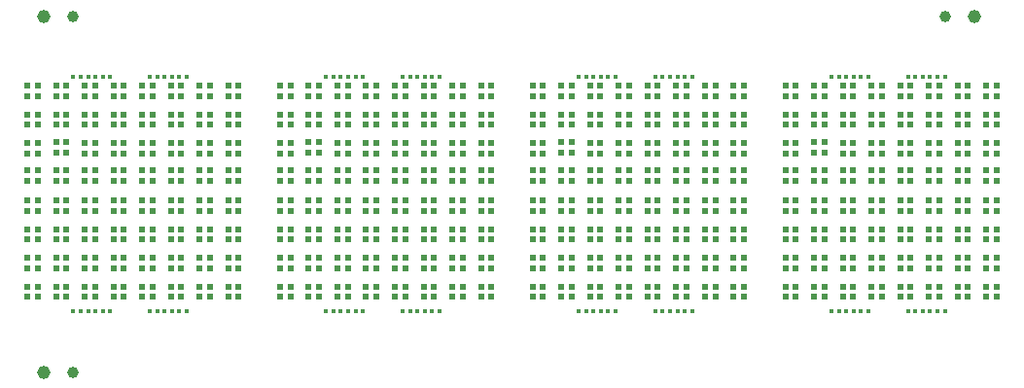
<source format=gts>
G04 #@! TF.GenerationSoftware,KiCad,Pcbnew,(6.0.5)*
G04 #@! TF.CreationDate,2022-06-10T16:45:54+02:00*
G04 #@! TF.ProjectId,MicroMatrix_Panel,4d696372-6f4d-4617-9472-69785f50616e,1.1*
G04 #@! TF.SameCoordinates,Original*
G04 #@! TF.FileFunction,Soldermask,Top*
G04 #@! TF.FilePolarity,Negative*
%FSLAX46Y46*%
G04 Gerber Fmt 4.6, Leading zero omitted, Abs format (unit mm)*
G04 Created by KiCad (PCBNEW (6.0.5)) date 2022-06-10 16:45:54*
%MOMM*%
%LPD*%
G01*
G04 APERTURE LIST*
%ADD10R,0.500000X0.500000*%
%ADD11C,0.400000*%
%ADD12C,1.000000*%
%ADD13C,1.152000*%
G04 APERTURE END LIST*
D10*
G04 #@! TO.C,D40*
X56450000Y-34450000D03*
X56450000Y-33550000D03*
X55550000Y-33550000D03*
X55550000Y-34450000D03*
G04 #@! TD*
D11*
G04 #@! TO.C,REF\u002A\u002A*
X43986666Y-43200000D03*
G04 #@! TD*
D10*
G04 #@! TO.C,D17*
X60950000Y-29450000D03*
X60950000Y-28550000D03*
X60050000Y-28550000D03*
X60050000Y-29450000D03*
G04 #@! TD*
G04 #@! TO.C,D52*
X46450000Y-39450000D03*
X46450000Y-38550000D03*
X45550000Y-38550000D03*
X45550000Y-39450000D03*
G04 #@! TD*
G04 #@! TO.C,D18*
X19450000Y-29400000D03*
X19450000Y-28500000D03*
X18550000Y-28500000D03*
X18550000Y-29400000D03*
G04 #@! TD*
D11*
G04 #@! TO.C,REF\u002A\u002A*
X48733333Y-43200000D03*
G04 #@! TD*
D10*
G04 #@! TO.C,D35*
X65950000Y-34450000D03*
X65950000Y-33550000D03*
X65050000Y-33550000D03*
X65050000Y-34450000D03*
G04 #@! TD*
D11*
G04 #@! TO.C,REF\u002A\u002A*
X22626666Y-43200000D03*
G04 #@! TD*
D10*
G04 #@! TO.C,D37*
X70950000Y-34450000D03*
X70950000Y-33550000D03*
X70050000Y-33550000D03*
X70050000Y-34450000D03*
G04 #@! TD*
G04 #@! TO.C,D58*
X75050000Y-41950000D03*
X75950000Y-41950000D03*
X75950000Y-41050000D03*
X75050000Y-41050000D03*
G04 #@! TD*
D11*
G04 #@! TO.C,REF\u002A\u002A*
X70733333Y-43200000D03*
G04 #@! TD*
D10*
G04 #@! TO.C,D49*
X82950000Y-39450000D03*
X82950000Y-38550000D03*
X82050000Y-38550000D03*
X82050000Y-39450000D03*
G04 #@! TD*
G04 #@! TO.C,D55*
X75950000Y-39450000D03*
X75950000Y-38550000D03*
X75050000Y-38550000D03*
X75050000Y-39450000D03*
G04 #@! TD*
G04 #@! TO.C,D14*
X65050000Y-26950000D03*
X65950000Y-26950000D03*
X65950000Y-26050000D03*
X65050000Y-26050000D03*
G04 #@! TD*
D11*
G04 #@! TO.C,REF\u002A\u002A*
X88626666Y-22800000D03*
G04 #@! TD*
G04 #@! TO.C,REF\u002A\u002A*
X27373333Y-43200000D03*
G04 #@! TD*
G04 #@! TO.C,REF\u002A\u002A*
X50013333Y-22800000D03*
G04 #@! TD*
G04 #@! TO.C,REF\u002A\u002A*
X43986666Y-22800000D03*
G04 #@! TD*
D10*
G04 #@! TO.C,D59*
X28550000Y-41950000D03*
X29450000Y-41950000D03*
X29450000Y-41050000D03*
X28550000Y-41050000D03*
G04 #@! TD*
D11*
G04 #@! TO.C,REF\u002A\u002A*
X86066666Y-43200000D03*
G04 #@! TD*
G04 #@! TO.C,REF\u002A\u002A*
X49373333Y-22800000D03*
G04 #@! TD*
D10*
G04 #@! TO.C,D27*
X94550000Y-31850000D03*
X95450000Y-31850000D03*
X95450000Y-30950000D03*
X94550000Y-30950000D03*
G04 #@! TD*
G04 #@! TO.C,D20*
X46450000Y-29450000D03*
X46450000Y-28550000D03*
X45550000Y-28550000D03*
X45550000Y-29450000D03*
G04 #@! TD*
G04 #@! TO.C,D47*
X62550000Y-36950000D03*
X63450000Y-36950000D03*
X63450000Y-36050000D03*
X62550000Y-36050000D03*
G04 #@! TD*
G04 #@! TO.C,D5*
X70950000Y-24450000D03*
X70950000Y-23550000D03*
X70050000Y-23550000D03*
X70050000Y-24450000D03*
G04 #@! TD*
G04 #@! TO.C,D62*
X87050000Y-41950000D03*
X87950000Y-41950000D03*
X87950000Y-41050000D03*
X87050000Y-41050000D03*
G04 #@! TD*
G04 #@! TO.C,D54*
X95450000Y-39450000D03*
X95450000Y-38550000D03*
X94550000Y-38550000D03*
X94550000Y-39450000D03*
G04 #@! TD*
G04 #@! TO.C,D34*
X41450000Y-34450000D03*
X41450000Y-33550000D03*
X40550000Y-33550000D03*
X40550000Y-34450000D03*
G04 #@! TD*
G04 #@! TO.C,D60*
X48050000Y-41950000D03*
X48950000Y-41950000D03*
X48950000Y-41050000D03*
X48050000Y-41050000D03*
G04 #@! TD*
D11*
G04 #@! TO.C,REF\u002A\u002A*
X86066666Y-22800000D03*
G04 #@! TD*
D10*
G04 #@! TO.C,D46*
X87050000Y-36950000D03*
X87950000Y-36950000D03*
X87950000Y-36050000D03*
X87050000Y-36050000D03*
G04 #@! TD*
G04 #@! TO.C,D17*
X16950000Y-29450000D03*
X16950000Y-28550000D03*
X16050000Y-28550000D03*
X16050000Y-29450000D03*
G04 #@! TD*
G04 #@! TO.C,D52*
X24450000Y-39450000D03*
X24450000Y-38550000D03*
X23550000Y-38550000D03*
X23550000Y-39450000D03*
G04 #@! TD*
G04 #@! TO.C,D6*
X95450000Y-24450000D03*
X95450000Y-23550000D03*
X94550000Y-23550000D03*
X94550000Y-24450000D03*
G04 #@! TD*
D11*
G04 #@! TO.C,REF\u002A\u002A*
X65986666Y-22800000D03*
G04 #@! TD*
D10*
G04 #@! TO.C,D44*
X26050000Y-36950000D03*
X26950000Y-36950000D03*
X26950000Y-36050000D03*
X26050000Y-36050000D03*
G04 #@! TD*
G04 #@! TO.C,D43*
X94550000Y-36950000D03*
X95450000Y-36950000D03*
X95450000Y-36050000D03*
X94550000Y-36050000D03*
G04 #@! TD*
G04 #@! TO.C,D36*
X68450000Y-34450000D03*
X68450000Y-33550000D03*
X67550000Y-33550000D03*
X67550000Y-34450000D03*
G04 #@! TD*
G04 #@! TO.C,D38*
X95450000Y-34450000D03*
X95450000Y-33550000D03*
X94550000Y-33550000D03*
X94550000Y-34450000D03*
G04 #@! TD*
D11*
G04 #@! TO.C,REF\u002A\u002A*
X45266666Y-22800000D03*
G04 #@! TD*
D12*
G04 #@! TO.C,REF\u002A\u002A*
X20000000Y-48500000D03*
G04 #@! TD*
D11*
G04 #@! TO.C,REF\u002A\u002A*
X89266666Y-22800000D03*
G04 #@! TD*
D10*
G04 #@! TO.C,D50*
X85450000Y-39450000D03*
X85450000Y-38550000D03*
X84550000Y-38550000D03*
X84550000Y-39450000D03*
G04 #@! TD*
G04 #@! TO.C,D16*
X82050000Y-26950000D03*
X82950000Y-26950000D03*
X82950000Y-26050000D03*
X82050000Y-26050000D03*
G04 #@! TD*
D11*
G04 #@! TO.C,REF\u002A\u002A*
X42066666Y-22800000D03*
G04 #@! TD*
G04 #@! TO.C,REF\u002A\u002A*
X71373333Y-22800000D03*
G04 #@! TD*
D10*
G04 #@! TO.C,D4*
X90450000Y-24450000D03*
X90450000Y-23550000D03*
X89550000Y-23550000D03*
X89550000Y-24450000D03*
G04 #@! TD*
G04 #@! TO.C,D60*
X70050000Y-41950000D03*
X70950000Y-41950000D03*
X70950000Y-41050000D03*
X70050000Y-41050000D03*
G04 #@! TD*
G04 #@! TO.C,D33*
X16950000Y-34450000D03*
X16950000Y-33550000D03*
X16050000Y-33550000D03*
X16050000Y-34450000D03*
G04 #@! TD*
G04 #@! TO.C,D11*
X94550000Y-26950000D03*
X95450000Y-26950000D03*
X95450000Y-26050000D03*
X94550000Y-26050000D03*
G04 #@! TD*
G04 #@! TO.C,D60*
X92050000Y-41950000D03*
X92950000Y-41950000D03*
X92950000Y-41050000D03*
X92050000Y-41050000D03*
G04 #@! TD*
G04 #@! TO.C,D22*
X73450000Y-29450000D03*
X73450000Y-28550000D03*
X72550000Y-28550000D03*
X72550000Y-29450000D03*
G04 #@! TD*
G04 #@! TO.C,D36*
X46450000Y-34450000D03*
X46450000Y-33550000D03*
X45550000Y-33550000D03*
X45550000Y-34450000D03*
G04 #@! TD*
G04 #@! TO.C,D63*
X84550000Y-41950000D03*
X85450000Y-41950000D03*
X85450000Y-41050000D03*
X84550000Y-41050000D03*
G04 #@! TD*
D11*
G04 #@! TO.C,REF\u002A\u002A*
X71373333Y-43200000D03*
G04 #@! TD*
G04 #@! TO.C,REF\u002A\u002A*
X94653333Y-43200000D03*
G04 #@! TD*
G04 #@! TO.C,REF\u002A\u002A*
X44626666Y-43200000D03*
G04 #@! TD*
D10*
G04 #@! TO.C,D18*
X85450000Y-29400000D03*
X85450000Y-28500000D03*
X84550000Y-28500000D03*
X84550000Y-29400000D03*
G04 #@! TD*
D11*
G04 #@! TO.C,REF\u002A\u002A*
X73933333Y-43200000D03*
G04 #@! TD*
G04 #@! TO.C,REF\u002A\u002A*
X28013333Y-22800000D03*
G04 #@! TD*
D10*
G04 #@! TO.C,D3*
X87950000Y-24450000D03*
X87950000Y-23550000D03*
X87050000Y-23550000D03*
X87050000Y-24450000D03*
G04 #@! TD*
G04 #@! TO.C,D27*
X28550000Y-31850000D03*
X29450000Y-31850000D03*
X29450000Y-30950000D03*
X28550000Y-30950000D03*
G04 #@! TD*
G04 #@! TO.C,D29*
X89550000Y-31850000D03*
X90450000Y-31850000D03*
X90450000Y-30950000D03*
X89550000Y-30950000D03*
G04 #@! TD*
G04 #@! TO.C,D57*
X33550000Y-41950000D03*
X34450000Y-41950000D03*
X34450000Y-41050000D03*
X33550000Y-41050000D03*
G04 #@! TD*
G04 #@! TO.C,D64*
X82050000Y-41950000D03*
X82950000Y-41950000D03*
X82950000Y-41050000D03*
X82050000Y-41050000D03*
G04 #@! TD*
G04 #@! TO.C,D34*
X19450000Y-34450000D03*
X19450000Y-33550000D03*
X18550000Y-33550000D03*
X18550000Y-34450000D03*
G04 #@! TD*
D13*
G04 #@! TO.C,REF\u002A\u002A*
X98500000Y-17500000D03*
G04 #@! TD*
D11*
G04 #@! TO.C,REF\u002A\u002A*
X73293333Y-22800000D03*
G04 #@! TD*
G04 #@! TO.C,REF\u002A\u002A*
X27373333Y-22800000D03*
G04 #@! TD*
D10*
G04 #@! TO.C,D2*
X85450000Y-24450000D03*
X85450000Y-23550000D03*
X84550000Y-23550000D03*
X84550000Y-24450000D03*
G04 #@! TD*
G04 #@! TO.C,D40*
X78450000Y-34450000D03*
X78450000Y-33550000D03*
X77550000Y-33550000D03*
X77550000Y-34450000D03*
G04 #@! TD*
G04 #@! TO.C,D21*
X70950000Y-29450000D03*
X70950000Y-28550000D03*
X70050000Y-28550000D03*
X70050000Y-29450000D03*
G04 #@! TD*
G04 #@! TO.C,D53*
X92950000Y-39450000D03*
X92950000Y-38550000D03*
X92050000Y-38550000D03*
X92050000Y-39450000D03*
G04 #@! TD*
G04 #@! TO.C,D25*
X33550000Y-31850000D03*
X34450000Y-31850000D03*
X34450000Y-30950000D03*
X33550000Y-30950000D03*
G04 #@! TD*
D13*
G04 #@! TO.C,REF\u002A\u002A*
X17500000Y-48500000D03*
G04 #@! TD*
D10*
G04 #@! TO.C,D5*
X48950000Y-24450000D03*
X48950000Y-23550000D03*
X48050000Y-23550000D03*
X48050000Y-24450000D03*
G04 #@! TD*
G04 #@! TO.C,D39*
X53950000Y-34450000D03*
X53950000Y-33550000D03*
X53050000Y-33550000D03*
X53050000Y-34450000D03*
G04 #@! TD*
G04 #@! TO.C,D16*
X60050000Y-26950000D03*
X60950000Y-26950000D03*
X60950000Y-26050000D03*
X60050000Y-26050000D03*
G04 #@! TD*
G04 #@! TO.C,D32*
X38050000Y-31850000D03*
X38950000Y-31850000D03*
X38950000Y-30950000D03*
X38050000Y-30950000D03*
G04 #@! TD*
G04 #@! TO.C,D58*
X53050000Y-41950000D03*
X53950000Y-41950000D03*
X53950000Y-41050000D03*
X53050000Y-41050000D03*
G04 #@! TD*
G04 #@! TO.C,D17*
X82950000Y-29450000D03*
X82950000Y-28550000D03*
X82050000Y-28550000D03*
X82050000Y-29450000D03*
G04 #@! TD*
G04 #@! TO.C,D57*
X77550000Y-41950000D03*
X78450000Y-41950000D03*
X78450000Y-41050000D03*
X77550000Y-41050000D03*
G04 #@! TD*
G04 #@! TO.C,D43*
X50550000Y-36950000D03*
X51450000Y-36950000D03*
X51450000Y-36050000D03*
X50550000Y-36050000D03*
G04 #@! TD*
G04 #@! TO.C,D6*
X29450000Y-24450000D03*
X29450000Y-23550000D03*
X28550000Y-23550000D03*
X28550000Y-24450000D03*
G04 #@! TD*
G04 #@! TO.C,D21*
X26950000Y-29450000D03*
X26950000Y-28550000D03*
X26050000Y-28550000D03*
X26050000Y-29450000D03*
G04 #@! TD*
G04 #@! TO.C,D37*
X26950000Y-34450000D03*
X26950000Y-33550000D03*
X26050000Y-33550000D03*
X26050000Y-34450000D03*
G04 #@! TD*
G04 #@! TO.C,D15*
X84550000Y-26950000D03*
X85450000Y-26950000D03*
X85450000Y-26050000D03*
X84550000Y-26050000D03*
G04 #@! TD*
G04 #@! TO.C,D28*
X92050000Y-31850000D03*
X92950000Y-31850000D03*
X92950000Y-30950000D03*
X92050000Y-30950000D03*
G04 #@! TD*
G04 #@! TO.C,D35*
X43950000Y-34450000D03*
X43950000Y-33550000D03*
X43050000Y-33550000D03*
X43050000Y-34450000D03*
G04 #@! TD*
G04 #@! TO.C,D54*
X73450000Y-39450000D03*
X73450000Y-38550000D03*
X72550000Y-38550000D03*
X72550000Y-39450000D03*
G04 #@! TD*
G04 #@! TO.C,D54*
X29450000Y-39450000D03*
X29450000Y-38550000D03*
X28550000Y-38550000D03*
X28550000Y-39450000D03*
G04 #@! TD*
D11*
G04 #@! TO.C,REF\u002A\u002A*
X20706666Y-43200000D03*
G04 #@! TD*
D10*
G04 #@! TO.C,D64*
X16050000Y-41950000D03*
X16950000Y-41950000D03*
X16950000Y-41050000D03*
X16050000Y-41050000D03*
G04 #@! TD*
D11*
G04 #@! TO.C,REF\u002A\u002A*
X42706666Y-22800000D03*
G04 #@! TD*
G04 #@! TO.C,REF\u002A\u002A*
X21346666Y-43200000D03*
G04 #@! TD*
D10*
G04 #@! TO.C,D51*
X65950000Y-39450000D03*
X65950000Y-38550000D03*
X65050000Y-38550000D03*
X65050000Y-39450000D03*
G04 #@! TD*
D11*
G04 #@! TO.C,REF\u002A\u002A*
X88626666Y-43200000D03*
G04 #@! TD*
D10*
G04 #@! TO.C,D50*
X41450000Y-39450000D03*
X41450000Y-38550000D03*
X40550000Y-38550000D03*
X40550000Y-39450000D03*
G04 #@! TD*
D11*
G04 #@! TO.C,REF\u002A\u002A*
X42706666Y-43200000D03*
G04 #@! TD*
D10*
G04 #@! TO.C,D59*
X50550000Y-41950000D03*
X51450000Y-41950000D03*
X51450000Y-41050000D03*
X50550000Y-41050000D03*
G04 #@! TD*
G04 #@! TO.C,D48*
X60050000Y-36950000D03*
X60950000Y-36950000D03*
X60950000Y-36050000D03*
X60050000Y-36050000D03*
G04 #@! TD*
G04 #@! TO.C,D42*
X75050000Y-36950000D03*
X75950000Y-36950000D03*
X75950000Y-36050000D03*
X75050000Y-36050000D03*
G04 #@! TD*
G04 #@! TO.C,D44*
X92050000Y-36950000D03*
X92950000Y-36950000D03*
X92950000Y-36050000D03*
X92050000Y-36050000D03*
G04 #@! TD*
D11*
G04 #@! TO.C,REF\u002A\u002A*
X43346666Y-43200000D03*
G04 #@! TD*
G04 #@! TO.C,REF\u002A\u002A*
X45266666Y-43200000D03*
G04 #@! TD*
D10*
G04 #@! TO.C,D51*
X87950000Y-39450000D03*
X87950000Y-38550000D03*
X87050000Y-38550000D03*
X87050000Y-39450000D03*
G04 #@! TD*
G04 #@! TO.C,D31*
X40550000Y-31850000D03*
X41450000Y-31850000D03*
X41450000Y-30950000D03*
X40550000Y-30950000D03*
G04 #@! TD*
G04 #@! TO.C,D15*
X62550000Y-26950000D03*
X63450000Y-26950000D03*
X63450000Y-26050000D03*
X62550000Y-26050000D03*
G04 #@! TD*
D11*
G04 #@! TO.C,REF\u002A\u002A*
X72653333Y-22800000D03*
G04 #@! TD*
G04 #@! TO.C,REF\u002A\u002A*
X44626666Y-22800000D03*
G04 #@! TD*
D10*
G04 #@! TO.C,D22*
X95450000Y-29450000D03*
X95450000Y-28550000D03*
X94550000Y-28550000D03*
X94550000Y-29450000D03*
G04 #@! TD*
G04 #@! TO.C,D2*
X41450000Y-24450000D03*
X41450000Y-23550000D03*
X40550000Y-23550000D03*
X40550000Y-24450000D03*
G04 #@! TD*
G04 #@! TO.C,D15*
X40550000Y-26950000D03*
X41450000Y-26950000D03*
X41450000Y-26050000D03*
X40550000Y-26050000D03*
G04 #@! TD*
D11*
G04 #@! TO.C,REF\u002A\u002A*
X29933333Y-22800000D03*
G04 #@! TD*
D10*
G04 #@! TO.C,D62*
X21050000Y-41950000D03*
X21950000Y-41950000D03*
X21950000Y-41050000D03*
X21050000Y-41050000D03*
G04 #@! TD*
G04 #@! TO.C,D53*
X70950000Y-39450000D03*
X70950000Y-38550000D03*
X70050000Y-38550000D03*
X70050000Y-39450000D03*
G04 #@! TD*
G04 #@! TO.C,D61*
X89550000Y-41950000D03*
X90450000Y-41950000D03*
X90450000Y-41050000D03*
X89550000Y-41050000D03*
G04 #@! TD*
G04 #@! TO.C,D41*
X99550000Y-36950000D03*
X100450000Y-36950000D03*
X100450000Y-36050000D03*
X99550000Y-36050000D03*
G04 #@! TD*
G04 #@! TO.C,D46*
X21050000Y-36950000D03*
X21950000Y-36950000D03*
X21950000Y-36050000D03*
X21050000Y-36050000D03*
G04 #@! TD*
D11*
G04 #@! TO.C,REF\u002A\u002A*
X64706666Y-43200000D03*
G04 #@! TD*
D10*
G04 #@! TO.C,D23*
X53950000Y-29450000D03*
X53950000Y-28550000D03*
X53050000Y-28550000D03*
X53050000Y-29450000D03*
G04 #@! TD*
D11*
G04 #@! TO.C,REF\u002A\u002A*
X28013333Y-43200000D03*
G04 #@! TD*
D10*
G04 #@! TO.C,D13*
X45550000Y-26950000D03*
X46450000Y-26950000D03*
X46450000Y-26050000D03*
X45550000Y-26050000D03*
G04 #@! TD*
D11*
G04 #@! TO.C,REF\u002A\u002A*
X51293333Y-43200000D03*
G04 #@! TD*
D10*
G04 #@! TO.C,D10*
X53050000Y-26950000D03*
X53950000Y-26950000D03*
X53950000Y-26050000D03*
X53050000Y-26050000D03*
G04 #@! TD*
D11*
G04 #@! TO.C,REF\u002A\u002A*
X67266666Y-22800000D03*
G04 #@! TD*
D10*
G04 #@! TO.C,D28*
X26050000Y-31850000D03*
X26950000Y-31850000D03*
X26950000Y-30950000D03*
X26050000Y-30950000D03*
G04 #@! TD*
D11*
G04 #@! TO.C,REF\u002A\u002A*
X21986666Y-43200000D03*
G04 #@! TD*
G04 #@! TO.C,REF\u002A\u002A*
X28653333Y-22800000D03*
G04 #@! TD*
G04 #@! TO.C,REF\u002A\u002A*
X92733333Y-22800000D03*
G04 #@! TD*
D10*
G04 #@! TO.C,D8*
X34450000Y-24450000D03*
X34450000Y-23550000D03*
X33550000Y-23550000D03*
X33550000Y-24450000D03*
G04 #@! TD*
G04 #@! TO.C,D2*
X19450000Y-24450000D03*
X19450000Y-23550000D03*
X18550000Y-23550000D03*
X18550000Y-24450000D03*
G04 #@! TD*
G04 #@! TO.C,D39*
X75950000Y-34450000D03*
X75950000Y-33550000D03*
X75050000Y-33550000D03*
X75050000Y-34450000D03*
G04 #@! TD*
G04 #@! TO.C,D8*
X78450000Y-24450000D03*
X78450000Y-23550000D03*
X77550000Y-23550000D03*
X77550000Y-24450000D03*
G04 #@! TD*
G04 #@! TO.C,D12*
X26050000Y-26950000D03*
X26950000Y-26950000D03*
X26950000Y-26050000D03*
X26050000Y-26050000D03*
G04 #@! TD*
G04 #@! TO.C,D42*
X53050000Y-36950000D03*
X53950000Y-36950000D03*
X53950000Y-36050000D03*
X53050000Y-36050000D03*
G04 #@! TD*
G04 #@! TO.C,D7*
X53950000Y-24450000D03*
X53950000Y-23550000D03*
X53050000Y-23550000D03*
X53050000Y-24450000D03*
G04 #@! TD*
G04 #@! TO.C,D23*
X97950000Y-29450000D03*
X97950000Y-28550000D03*
X97050000Y-28550000D03*
X97050000Y-29450000D03*
G04 #@! TD*
G04 #@! TO.C,D9*
X33550000Y-26950000D03*
X34450000Y-26950000D03*
X34450000Y-26050000D03*
X33550000Y-26050000D03*
G04 #@! TD*
G04 #@! TO.C,D36*
X90450000Y-34450000D03*
X90450000Y-33550000D03*
X89550000Y-33550000D03*
X89550000Y-34450000D03*
G04 #@! TD*
G04 #@! TO.C,D63*
X18550000Y-41950000D03*
X19450000Y-41950000D03*
X19450000Y-41050000D03*
X18550000Y-41050000D03*
G04 #@! TD*
G04 #@! TO.C,D8*
X100450000Y-24450000D03*
X100450000Y-23550000D03*
X99550000Y-23550000D03*
X99550000Y-24450000D03*
G04 #@! TD*
D11*
G04 #@! TO.C,REF\u002A\u002A*
X67266666Y-43200000D03*
G04 #@! TD*
D10*
G04 #@! TO.C,D4*
X46450000Y-24450000D03*
X46450000Y-23550000D03*
X45550000Y-23550000D03*
X45550000Y-24450000D03*
G04 #@! TD*
G04 #@! TO.C,D15*
X18550000Y-26950000D03*
X19450000Y-26950000D03*
X19450000Y-26050000D03*
X18550000Y-26050000D03*
G04 #@! TD*
D11*
G04 #@! TO.C,REF\u002A\u002A*
X20706666Y-22800000D03*
G04 #@! TD*
D10*
G04 #@! TO.C,D45*
X67550000Y-36950000D03*
X68450000Y-36950000D03*
X68450000Y-36050000D03*
X67550000Y-36050000D03*
G04 #@! TD*
G04 #@! TO.C,D19*
X21950000Y-29450000D03*
X21950000Y-28550000D03*
X21050000Y-28550000D03*
X21050000Y-29450000D03*
G04 #@! TD*
G04 #@! TO.C,D6*
X51450000Y-24450000D03*
X51450000Y-23550000D03*
X50550000Y-23550000D03*
X50550000Y-24450000D03*
G04 #@! TD*
D11*
G04 #@! TO.C,REF\u002A\u002A*
X21986666Y-22800000D03*
G04 #@! TD*
D10*
G04 #@! TO.C,D49*
X16950000Y-39450000D03*
X16950000Y-38550000D03*
X16050000Y-38550000D03*
X16050000Y-39450000D03*
G04 #@! TD*
G04 #@! TO.C,D34*
X63450000Y-34450000D03*
X63450000Y-33550000D03*
X62550000Y-33550000D03*
X62550000Y-34450000D03*
G04 #@! TD*
D11*
G04 #@! TO.C,REF\u002A\u002A*
X64066666Y-22800000D03*
G04 #@! TD*
D10*
G04 #@! TO.C,D8*
X56450000Y-24450000D03*
X56450000Y-23550000D03*
X55550000Y-23550000D03*
X55550000Y-24450000D03*
G04 #@! TD*
D11*
G04 #@! TO.C,REF\u002A\u002A*
X26733333Y-43200000D03*
G04 #@! TD*
D10*
G04 #@! TO.C,D24*
X78450000Y-29450000D03*
X78450000Y-28550000D03*
X77550000Y-28550000D03*
X77550000Y-29450000D03*
G04 #@! TD*
G04 #@! TO.C,D3*
X43950000Y-24450000D03*
X43950000Y-23550000D03*
X43050000Y-23550000D03*
X43050000Y-24450000D03*
G04 #@! TD*
G04 #@! TO.C,D9*
X77550000Y-26950000D03*
X78450000Y-26950000D03*
X78450000Y-26050000D03*
X77550000Y-26050000D03*
G04 #@! TD*
G04 #@! TO.C,D56*
X78450000Y-39450000D03*
X78450000Y-38550000D03*
X77550000Y-38550000D03*
X77550000Y-39450000D03*
G04 #@! TD*
G04 #@! TO.C,D62*
X43050000Y-41950000D03*
X43950000Y-41950000D03*
X43950000Y-41050000D03*
X43050000Y-41050000D03*
G04 #@! TD*
G04 #@! TO.C,D46*
X65050000Y-36950000D03*
X65950000Y-36950000D03*
X65950000Y-36050000D03*
X65050000Y-36050000D03*
G04 #@! TD*
D11*
G04 #@! TO.C,REF\u002A\u002A*
X94013333Y-22800000D03*
G04 #@! TD*
D10*
G04 #@! TO.C,D19*
X65950000Y-29450000D03*
X65950000Y-28550000D03*
X65050000Y-28550000D03*
X65050000Y-29450000D03*
G04 #@! TD*
G04 #@! TO.C,D39*
X31950000Y-34450000D03*
X31950000Y-33550000D03*
X31050000Y-33550000D03*
X31050000Y-34450000D03*
G04 #@! TD*
G04 #@! TO.C,D34*
X85450000Y-34450000D03*
X85450000Y-33550000D03*
X84550000Y-33550000D03*
X84550000Y-34450000D03*
G04 #@! TD*
G04 #@! TO.C,D5*
X26950000Y-24450000D03*
X26950000Y-23550000D03*
X26050000Y-23550000D03*
X26050000Y-24450000D03*
G04 #@! TD*
G04 #@! TO.C,D1*
X38950000Y-24450000D03*
X38950000Y-23550000D03*
X38050000Y-23550000D03*
X38050000Y-24450000D03*
G04 #@! TD*
D11*
G04 #@! TO.C,REF\u002A\u002A*
X50653333Y-43200000D03*
G04 #@! TD*
G04 #@! TO.C,REF\u002A\u002A*
X95933333Y-22800000D03*
G04 #@! TD*
D10*
G04 #@! TO.C,D33*
X82950000Y-34450000D03*
X82950000Y-33550000D03*
X82050000Y-33550000D03*
X82050000Y-34450000D03*
G04 #@! TD*
G04 #@! TO.C,D27*
X50550000Y-31850000D03*
X51450000Y-31850000D03*
X51450000Y-30950000D03*
X50550000Y-30950000D03*
G04 #@! TD*
G04 #@! TO.C,D64*
X60050000Y-41950000D03*
X60950000Y-41950000D03*
X60950000Y-41050000D03*
X60050000Y-41050000D03*
G04 #@! TD*
G04 #@! TO.C,D4*
X68450000Y-24450000D03*
X68450000Y-23550000D03*
X67550000Y-23550000D03*
X67550000Y-24450000D03*
G04 #@! TD*
G04 #@! TO.C,D13*
X89550000Y-26950000D03*
X90450000Y-26950000D03*
X90450000Y-26050000D03*
X89550000Y-26050000D03*
G04 #@! TD*
G04 #@! TO.C,D62*
X65050000Y-41950000D03*
X65950000Y-41950000D03*
X65950000Y-41050000D03*
X65050000Y-41050000D03*
G04 #@! TD*
D11*
G04 #@! TO.C,REF\u002A\u002A*
X23266666Y-43200000D03*
G04 #@! TD*
G04 #@! TO.C,REF\u002A\u002A*
X64066666Y-43200000D03*
G04 #@! TD*
G04 #@! TO.C,REF\u002A\u002A*
X86706666Y-43200000D03*
G04 #@! TD*
D10*
G04 #@! TO.C,D55*
X31950000Y-39450000D03*
X31950000Y-38550000D03*
X31050000Y-38550000D03*
X31050000Y-39450000D03*
G04 #@! TD*
D11*
G04 #@! TO.C,REF\u002A\u002A*
X28653333Y-43200000D03*
G04 #@! TD*
D10*
G04 #@! TO.C,D36*
X24450000Y-34450000D03*
X24450000Y-33550000D03*
X23550000Y-33550000D03*
X23550000Y-34450000D03*
G04 #@! TD*
G04 #@! TO.C,D43*
X28550000Y-36950000D03*
X29450000Y-36950000D03*
X29450000Y-36050000D03*
X28550000Y-36050000D03*
G04 #@! TD*
G04 #@! TO.C,D27*
X72550000Y-31850000D03*
X73450000Y-31850000D03*
X73450000Y-30950000D03*
X72550000Y-30950000D03*
G04 #@! TD*
D11*
G04 #@! TO.C,REF\u002A\u002A*
X65346666Y-22800000D03*
G04 #@! TD*
D10*
G04 #@! TO.C,D25*
X77550000Y-31850000D03*
X78450000Y-31850000D03*
X78450000Y-30950000D03*
X77550000Y-30950000D03*
G04 #@! TD*
G04 #@! TO.C,D26*
X31050000Y-31850000D03*
X31950000Y-31850000D03*
X31950000Y-30950000D03*
X31050000Y-30950000D03*
G04 #@! TD*
G04 #@! TO.C,D30*
X65050000Y-31850000D03*
X65950000Y-31850000D03*
X65950000Y-30950000D03*
X65050000Y-30950000D03*
G04 #@! TD*
G04 #@! TO.C,D53*
X26950000Y-39450000D03*
X26950000Y-38550000D03*
X26050000Y-38550000D03*
X26050000Y-39450000D03*
G04 #@! TD*
D11*
G04 #@! TO.C,REF\u002A\u002A*
X20066666Y-22800000D03*
G04 #@! TD*
D10*
G04 #@! TO.C,D4*
X24450000Y-24450000D03*
X24450000Y-23550000D03*
X23550000Y-23550000D03*
X23550000Y-24450000D03*
G04 #@! TD*
D11*
G04 #@! TO.C,REF\u002A\u002A*
X64706666Y-22800000D03*
G04 #@! TD*
D10*
G04 #@! TO.C,D56*
X34450000Y-39450000D03*
X34450000Y-38550000D03*
X33550000Y-38550000D03*
X33550000Y-39450000D03*
G04 #@! TD*
G04 #@! TO.C,D37*
X48950000Y-34450000D03*
X48950000Y-33550000D03*
X48050000Y-33550000D03*
X48050000Y-34450000D03*
G04 #@! TD*
G04 #@! TO.C,D56*
X100450000Y-39450000D03*
X100450000Y-38550000D03*
X99550000Y-38550000D03*
X99550000Y-39450000D03*
G04 #@! TD*
G04 #@! TO.C,D48*
X16050000Y-36950000D03*
X16950000Y-36950000D03*
X16950000Y-36050000D03*
X16050000Y-36050000D03*
G04 #@! TD*
G04 #@! TO.C,D38*
X29450000Y-34450000D03*
X29450000Y-33550000D03*
X28550000Y-33550000D03*
X28550000Y-34450000D03*
G04 #@! TD*
G04 #@! TO.C,D5*
X92950000Y-24450000D03*
X92950000Y-23550000D03*
X92050000Y-23550000D03*
X92050000Y-24450000D03*
G04 #@! TD*
G04 #@! TO.C,D58*
X31050000Y-41950000D03*
X31950000Y-41950000D03*
X31950000Y-41050000D03*
X31050000Y-41050000D03*
G04 #@! TD*
G04 #@! TO.C,D19*
X43950000Y-29450000D03*
X43950000Y-28550000D03*
X43050000Y-28550000D03*
X43050000Y-29450000D03*
G04 #@! TD*
G04 #@! TO.C,D31*
X18550000Y-31850000D03*
X19450000Y-31850000D03*
X19450000Y-30950000D03*
X18550000Y-30950000D03*
G04 #@! TD*
G04 #@! TO.C,D18*
X63450000Y-29400000D03*
X63450000Y-28500000D03*
X62550000Y-28500000D03*
X62550000Y-29400000D03*
G04 #@! TD*
G04 #@! TO.C,D20*
X24450000Y-29450000D03*
X24450000Y-28550000D03*
X23550000Y-28550000D03*
X23550000Y-29450000D03*
G04 #@! TD*
G04 #@! TO.C,D26*
X53050000Y-31850000D03*
X53950000Y-31850000D03*
X53950000Y-30950000D03*
X53050000Y-30950000D03*
G04 #@! TD*
G04 #@! TO.C,D7*
X31950000Y-24450000D03*
X31950000Y-23550000D03*
X31050000Y-23550000D03*
X31050000Y-24450000D03*
G04 #@! TD*
G04 #@! TO.C,D25*
X55550000Y-31850000D03*
X56450000Y-31850000D03*
X56450000Y-30950000D03*
X55550000Y-30950000D03*
G04 #@! TD*
D11*
G04 #@! TO.C,REF\u002A\u002A*
X95933333Y-43200000D03*
G04 #@! TD*
G04 #@! TO.C,REF\u002A\u002A*
X66626666Y-43200000D03*
G04 #@! TD*
D10*
G04 #@! TO.C,D49*
X60950000Y-39450000D03*
X60950000Y-38550000D03*
X60050000Y-38550000D03*
X60050000Y-39450000D03*
G04 #@! TD*
G04 #@! TO.C,D6*
X73450000Y-24450000D03*
X73450000Y-23550000D03*
X72550000Y-23550000D03*
X72550000Y-24450000D03*
G04 #@! TD*
G04 #@! TO.C,D2*
X63450000Y-24450000D03*
X63450000Y-23550000D03*
X62550000Y-23550000D03*
X62550000Y-24450000D03*
G04 #@! TD*
G04 #@! TO.C,D42*
X31050000Y-36950000D03*
X31950000Y-36950000D03*
X31950000Y-36050000D03*
X31050000Y-36050000D03*
G04 #@! TD*
G04 #@! TO.C,D45*
X23550000Y-36950000D03*
X24450000Y-36950000D03*
X24450000Y-36050000D03*
X23550000Y-36050000D03*
G04 #@! TD*
G04 #@! TO.C,D1*
X82950000Y-24450000D03*
X82950000Y-23550000D03*
X82050000Y-23550000D03*
X82050000Y-24450000D03*
G04 #@! TD*
D11*
G04 #@! TO.C,REF\u002A\u002A*
X49373333Y-43200000D03*
G04 #@! TD*
G04 #@! TO.C,REF\u002A\u002A*
X23266666Y-22800000D03*
G04 #@! TD*
D10*
G04 #@! TO.C,D45*
X89550000Y-36950000D03*
X90450000Y-36950000D03*
X90450000Y-36050000D03*
X89550000Y-36050000D03*
G04 #@! TD*
G04 #@! TO.C,D53*
X48950000Y-39450000D03*
X48950000Y-38550000D03*
X48050000Y-38550000D03*
X48050000Y-39450000D03*
G04 #@! TD*
D11*
G04 #@! TO.C,REF\u002A\u002A*
X87986666Y-22800000D03*
G04 #@! TD*
D10*
G04 #@! TO.C,D29*
X45550000Y-31850000D03*
X46450000Y-31850000D03*
X46450000Y-30950000D03*
X45550000Y-30950000D03*
G04 #@! TD*
G04 #@! TO.C,D30*
X21050000Y-31850000D03*
X21950000Y-31850000D03*
X21950000Y-30950000D03*
X21050000Y-30950000D03*
G04 #@! TD*
G04 #@! TO.C,D1*
X60950000Y-24450000D03*
X60950000Y-23550000D03*
X60050000Y-23550000D03*
X60050000Y-24450000D03*
G04 #@! TD*
G04 #@! TO.C,D21*
X48950000Y-29450000D03*
X48950000Y-28550000D03*
X48050000Y-28550000D03*
X48050000Y-29450000D03*
G04 #@! TD*
D11*
G04 #@! TO.C,REF\u002A\u002A*
X93373333Y-22800000D03*
G04 #@! TD*
D10*
G04 #@! TO.C,D35*
X87950000Y-34450000D03*
X87950000Y-33550000D03*
X87050000Y-33550000D03*
X87050000Y-34450000D03*
G04 #@! TD*
G04 #@! TO.C,D44*
X70050000Y-36950000D03*
X70950000Y-36950000D03*
X70950000Y-36050000D03*
X70050000Y-36050000D03*
G04 #@! TD*
D11*
G04 #@! TO.C,REF\u002A\u002A*
X72013333Y-22800000D03*
G04 #@! TD*
D10*
G04 #@! TO.C,D32*
X82050000Y-31850000D03*
X82950000Y-31850000D03*
X82950000Y-30950000D03*
X82050000Y-30950000D03*
G04 #@! TD*
G04 #@! TO.C,D10*
X75050000Y-26950000D03*
X75950000Y-26950000D03*
X75950000Y-26050000D03*
X75050000Y-26050000D03*
G04 #@! TD*
G04 #@! TO.C,D30*
X87050000Y-31850000D03*
X87950000Y-31850000D03*
X87950000Y-30950000D03*
X87050000Y-30950000D03*
G04 #@! TD*
G04 #@! TO.C,D47*
X18550000Y-36950000D03*
X19450000Y-36950000D03*
X19450000Y-36050000D03*
X18550000Y-36050000D03*
G04 #@! TD*
G04 #@! TO.C,D32*
X60050000Y-31850000D03*
X60950000Y-31850000D03*
X60950000Y-30950000D03*
X60050000Y-30950000D03*
G04 #@! TD*
G04 #@! TO.C,D10*
X97050000Y-26950000D03*
X97950000Y-26950000D03*
X97950000Y-26050000D03*
X97050000Y-26050000D03*
G04 #@! TD*
G04 #@! TO.C,D48*
X82050000Y-36950000D03*
X82950000Y-36950000D03*
X82950000Y-36050000D03*
X82050000Y-36050000D03*
G04 #@! TD*
G04 #@! TO.C,D57*
X55550000Y-41950000D03*
X56450000Y-41950000D03*
X56450000Y-41050000D03*
X55550000Y-41050000D03*
G04 #@! TD*
G04 #@! TO.C,D7*
X97950000Y-24450000D03*
X97950000Y-23550000D03*
X97050000Y-23550000D03*
X97050000Y-24450000D03*
G04 #@! TD*
G04 #@! TO.C,D32*
X16050000Y-31850000D03*
X16950000Y-31850000D03*
X16950000Y-30950000D03*
X16050000Y-30950000D03*
G04 #@! TD*
G04 #@! TO.C,D21*
X92950000Y-29450000D03*
X92950000Y-28550000D03*
X92050000Y-28550000D03*
X92050000Y-29450000D03*
G04 #@! TD*
D13*
G04 #@! TO.C,REF\u002A\u002A*
X17500000Y-17500000D03*
G04 #@! TD*
D10*
G04 #@! TO.C,D28*
X70050000Y-31850000D03*
X70950000Y-31850000D03*
X70950000Y-30950000D03*
X70050000Y-30950000D03*
G04 #@! TD*
G04 #@! TO.C,D14*
X87050000Y-26950000D03*
X87950000Y-26950000D03*
X87950000Y-26050000D03*
X87050000Y-26050000D03*
G04 #@! TD*
G04 #@! TO.C,D51*
X21950000Y-39450000D03*
X21950000Y-38550000D03*
X21050000Y-38550000D03*
X21050000Y-39450000D03*
G04 #@! TD*
D12*
G04 #@! TO.C,REF\u002A\u002A*
X20000000Y-17500000D03*
G04 #@! TD*
D10*
G04 #@! TO.C,D12*
X48050000Y-26950000D03*
X48950000Y-26950000D03*
X48950000Y-26050000D03*
X48050000Y-26050000D03*
G04 #@! TD*
G04 #@! TO.C,D40*
X34450000Y-34450000D03*
X34450000Y-33550000D03*
X33550000Y-33550000D03*
X33550000Y-34450000D03*
G04 #@! TD*
D11*
G04 #@! TO.C,REF\u002A\u002A*
X29933333Y-43200000D03*
G04 #@! TD*
D10*
G04 #@! TO.C,D3*
X21950000Y-24450000D03*
X21950000Y-23550000D03*
X21050000Y-23550000D03*
X21050000Y-24450000D03*
G04 #@! TD*
G04 #@! TO.C,D41*
X55550000Y-36950000D03*
X56450000Y-36950000D03*
X56450000Y-36050000D03*
X55550000Y-36050000D03*
G04 #@! TD*
D11*
G04 #@! TO.C,REF\u002A\u002A*
X92733333Y-43200000D03*
G04 #@! TD*
D10*
G04 #@! TO.C,D14*
X21050000Y-26950000D03*
X21950000Y-26950000D03*
X21950000Y-26050000D03*
X21050000Y-26050000D03*
G04 #@! TD*
G04 #@! TO.C,D11*
X72550000Y-26950000D03*
X73450000Y-26950000D03*
X73450000Y-26050000D03*
X72550000Y-26050000D03*
G04 #@! TD*
G04 #@! TO.C,D35*
X21950000Y-34450000D03*
X21950000Y-33550000D03*
X21050000Y-33550000D03*
X21050000Y-34450000D03*
G04 #@! TD*
G04 #@! TO.C,D31*
X62550000Y-31850000D03*
X63450000Y-31850000D03*
X63450000Y-30950000D03*
X62550000Y-30950000D03*
G04 #@! TD*
G04 #@! TO.C,D59*
X72550000Y-41950000D03*
X73450000Y-41950000D03*
X73450000Y-41050000D03*
X72550000Y-41050000D03*
G04 #@! TD*
G04 #@! TO.C,D59*
X94550000Y-41950000D03*
X95450000Y-41950000D03*
X95450000Y-41050000D03*
X94550000Y-41050000D03*
G04 #@! TD*
G04 #@! TO.C,D23*
X75950000Y-29450000D03*
X75950000Y-28550000D03*
X75050000Y-28550000D03*
X75050000Y-29450000D03*
G04 #@! TD*
G04 #@! TO.C,D39*
X97950000Y-34450000D03*
X97950000Y-33550000D03*
X97050000Y-33550000D03*
X97050000Y-34450000D03*
G04 #@! TD*
G04 #@! TO.C,D10*
X31050000Y-26950000D03*
X31950000Y-26950000D03*
X31950000Y-26050000D03*
X31050000Y-26050000D03*
G04 #@! TD*
G04 #@! TO.C,D63*
X40550000Y-41950000D03*
X41450000Y-41950000D03*
X41450000Y-41050000D03*
X40550000Y-41050000D03*
G04 #@! TD*
D11*
G04 #@! TO.C,REF\u002A\u002A*
X87346666Y-43200000D03*
G04 #@! TD*
D10*
G04 #@! TO.C,D50*
X19450000Y-39450000D03*
X19450000Y-38550000D03*
X18550000Y-38550000D03*
X18550000Y-39450000D03*
G04 #@! TD*
D11*
G04 #@! TO.C,REF\u002A\u002A*
X51293333Y-22800000D03*
G04 #@! TD*
G04 #@! TO.C,REF\u002A\u002A*
X87986666Y-43200000D03*
G04 #@! TD*
G04 #@! TO.C,REF\u002A\u002A*
X87346666Y-22800000D03*
G04 #@! TD*
D10*
G04 #@! TO.C,D42*
X97050000Y-36950000D03*
X97950000Y-36950000D03*
X97950000Y-36050000D03*
X97050000Y-36050000D03*
G04 #@! TD*
G04 #@! TO.C,D18*
X41450000Y-29400000D03*
X41450000Y-28500000D03*
X40550000Y-28500000D03*
X40550000Y-29400000D03*
G04 #@! TD*
D11*
G04 #@! TO.C,REF\u002A\u002A*
X95293333Y-22800000D03*
G04 #@! TD*
D10*
G04 #@! TO.C,D40*
X100450000Y-34450000D03*
X100450000Y-33550000D03*
X99550000Y-33550000D03*
X99550000Y-34450000D03*
G04 #@! TD*
G04 #@! TO.C,D54*
X51450000Y-39450000D03*
X51450000Y-38550000D03*
X50550000Y-38550000D03*
X50550000Y-39450000D03*
G04 #@! TD*
G04 #@! TO.C,D7*
X75950000Y-24450000D03*
X75950000Y-23550000D03*
X75050000Y-23550000D03*
X75050000Y-24450000D03*
G04 #@! TD*
G04 #@! TO.C,D26*
X75050000Y-31850000D03*
X75950000Y-31850000D03*
X75950000Y-30950000D03*
X75050000Y-30950000D03*
G04 #@! TD*
D11*
G04 #@! TO.C,REF\u002A\u002A*
X29293333Y-43200000D03*
G04 #@! TD*
D10*
G04 #@! TO.C,D45*
X45550000Y-36950000D03*
X46450000Y-36950000D03*
X46450000Y-36050000D03*
X45550000Y-36050000D03*
G04 #@! TD*
G04 #@! TO.C,D44*
X48050000Y-36950000D03*
X48950000Y-36950000D03*
X48950000Y-36050000D03*
X48050000Y-36050000D03*
G04 #@! TD*
G04 #@! TO.C,D29*
X23550000Y-31850000D03*
X24450000Y-31850000D03*
X24450000Y-30950000D03*
X23550000Y-30950000D03*
G04 #@! TD*
G04 #@! TO.C,D56*
X56450000Y-39450000D03*
X56450000Y-38550000D03*
X55550000Y-38550000D03*
X55550000Y-39450000D03*
G04 #@! TD*
G04 #@! TO.C,D11*
X28550000Y-26950000D03*
X29450000Y-26950000D03*
X29450000Y-26050000D03*
X28550000Y-26050000D03*
G04 #@! TD*
D11*
G04 #@! TO.C,REF\u002A\u002A*
X72013333Y-43200000D03*
G04 #@! TD*
D10*
G04 #@! TO.C,D13*
X23550000Y-26950000D03*
X24450000Y-26950000D03*
X24450000Y-26050000D03*
X23550000Y-26050000D03*
G04 #@! TD*
G04 #@! TO.C,D29*
X67550000Y-31850000D03*
X68450000Y-31850000D03*
X68450000Y-30950000D03*
X67550000Y-30950000D03*
G04 #@! TD*
G04 #@! TO.C,D16*
X16050000Y-26950000D03*
X16950000Y-26950000D03*
X16950000Y-26050000D03*
X16050000Y-26050000D03*
G04 #@! TD*
G04 #@! TO.C,D25*
X99550000Y-31850000D03*
X100450000Y-31850000D03*
X100450000Y-30950000D03*
X99550000Y-30950000D03*
G04 #@! TD*
G04 #@! TO.C,D12*
X92050000Y-26950000D03*
X92950000Y-26950000D03*
X92950000Y-26050000D03*
X92050000Y-26050000D03*
G04 #@! TD*
D11*
G04 #@! TO.C,REF\u002A\u002A*
X95293333Y-43200000D03*
G04 #@! TD*
D10*
G04 #@! TO.C,D3*
X65950000Y-24450000D03*
X65950000Y-23550000D03*
X65050000Y-23550000D03*
X65050000Y-24450000D03*
G04 #@! TD*
G04 #@! TO.C,D38*
X73450000Y-34450000D03*
X73450000Y-33550000D03*
X72550000Y-33550000D03*
X72550000Y-34450000D03*
G04 #@! TD*
G04 #@! TO.C,D46*
X43050000Y-36950000D03*
X43950000Y-36950000D03*
X43950000Y-36050000D03*
X43050000Y-36050000D03*
G04 #@! TD*
G04 #@! TO.C,D41*
X77550000Y-36950000D03*
X78450000Y-36950000D03*
X78450000Y-36050000D03*
X77550000Y-36050000D03*
G04 #@! TD*
D11*
G04 #@! TO.C,REF\u002A\u002A*
X73933333Y-22800000D03*
G04 #@! TD*
D10*
G04 #@! TO.C,D48*
X38050000Y-36950000D03*
X38950000Y-36950000D03*
X38950000Y-36050000D03*
X38050000Y-36050000D03*
G04 #@! TD*
G04 #@! TO.C,D28*
X48050000Y-31850000D03*
X48950000Y-31850000D03*
X48950000Y-30950000D03*
X48050000Y-30950000D03*
G04 #@! TD*
G04 #@! TO.C,D50*
X63450000Y-39450000D03*
X63450000Y-38550000D03*
X62550000Y-38550000D03*
X62550000Y-39450000D03*
G04 #@! TD*
G04 #@! TO.C,D20*
X90450000Y-29450000D03*
X90450000Y-28550000D03*
X89550000Y-28550000D03*
X89550000Y-29450000D03*
G04 #@! TD*
G04 #@! TO.C,D52*
X90450000Y-39450000D03*
X90450000Y-38550000D03*
X89550000Y-38550000D03*
X89550000Y-39450000D03*
G04 #@! TD*
G04 #@! TO.C,D37*
X92950000Y-34450000D03*
X92950000Y-33550000D03*
X92050000Y-33550000D03*
X92050000Y-34450000D03*
G04 #@! TD*
G04 #@! TO.C,D1*
X16950000Y-24450000D03*
X16950000Y-23550000D03*
X16050000Y-23550000D03*
X16050000Y-24450000D03*
G04 #@! TD*
D11*
G04 #@! TO.C,REF\u002A\u002A*
X66626666Y-22800000D03*
G04 #@! TD*
D10*
G04 #@! TO.C,D38*
X51450000Y-34450000D03*
X51450000Y-33550000D03*
X50550000Y-33550000D03*
X50550000Y-34450000D03*
G04 #@! TD*
D11*
G04 #@! TO.C,REF\u002A\u002A*
X70733333Y-22800000D03*
G04 #@! TD*
D10*
G04 #@! TO.C,D24*
X56450000Y-29450000D03*
X56450000Y-28550000D03*
X55550000Y-28550000D03*
X55550000Y-29450000D03*
G04 #@! TD*
D11*
G04 #@! TO.C,REF\u002A\u002A*
X50653333Y-22800000D03*
G04 #@! TD*
D10*
G04 #@! TO.C,D17*
X38950000Y-29450000D03*
X38950000Y-28550000D03*
X38050000Y-28550000D03*
X38050000Y-29450000D03*
G04 #@! TD*
G04 #@! TO.C,D22*
X29450000Y-29450000D03*
X29450000Y-28550000D03*
X28550000Y-28550000D03*
X28550000Y-29450000D03*
G04 #@! TD*
G04 #@! TO.C,D23*
X31950000Y-29450000D03*
X31950000Y-28550000D03*
X31050000Y-28550000D03*
X31050000Y-29450000D03*
G04 #@! TD*
D11*
G04 #@! TO.C,REF\u002A\u002A*
X22626666Y-22800000D03*
G04 #@! TD*
D10*
G04 #@! TO.C,D58*
X97050000Y-41950000D03*
X97950000Y-41950000D03*
X97950000Y-41050000D03*
X97050000Y-41050000D03*
G04 #@! TD*
G04 #@! TO.C,D61*
X23550000Y-41950000D03*
X24450000Y-41950000D03*
X24450000Y-41050000D03*
X23550000Y-41050000D03*
G04 #@! TD*
G04 #@! TO.C,D64*
X38050000Y-41950000D03*
X38950000Y-41950000D03*
X38950000Y-41050000D03*
X38050000Y-41050000D03*
G04 #@! TD*
G04 #@! TO.C,D31*
X84550000Y-31850000D03*
X85450000Y-31850000D03*
X85450000Y-30950000D03*
X84550000Y-30950000D03*
G04 #@! TD*
G04 #@! TO.C,D22*
X51450000Y-29450000D03*
X51450000Y-28550000D03*
X50550000Y-28550000D03*
X50550000Y-29450000D03*
G04 #@! TD*
D11*
G04 #@! TO.C,REF\u002A\u002A*
X72653333Y-43200000D03*
G04 #@! TD*
D10*
G04 #@! TO.C,D9*
X99550000Y-26950000D03*
X100450000Y-26950000D03*
X100450000Y-26050000D03*
X99550000Y-26050000D03*
G04 #@! TD*
D11*
G04 #@! TO.C,REF\u002A\u002A*
X86706666Y-22800000D03*
G04 #@! TD*
G04 #@! TO.C,REF\u002A\u002A*
X26733333Y-22800000D03*
G04 #@! TD*
D10*
G04 #@! TO.C,D33*
X60950000Y-34450000D03*
X60950000Y-33550000D03*
X60050000Y-33550000D03*
X60050000Y-34450000D03*
G04 #@! TD*
G04 #@! TO.C,D47*
X84550000Y-36950000D03*
X85450000Y-36950000D03*
X85450000Y-36050000D03*
X84550000Y-36050000D03*
G04 #@! TD*
G04 #@! TO.C,D12*
X70050000Y-26950000D03*
X70950000Y-26950000D03*
X70950000Y-26050000D03*
X70050000Y-26050000D03*
G04 #@! TD*
G04 #@! TO.C,D20*
X68450000Y-29450000D03*
X68450000Y-28550000D03*
X67550000Y-28550000D03*
X67550000Y-29450000D03*
G04 #@! TD*
D11*
G04 #@! TO.C,REF\u002A\u002A*
X20066666Y-43200000D03*
G04 #@! TD*
D10*
G04 #@! TO.C,D51*
X43950000Y-39450000D03*
X43950000Y-38550000D03*
X43050000Y-38550000D03*
X43050000Y-39450000D03*
G04 #@! TD*
G04 #@! TO.C,D26*
X97050000Y-31850000D03*
X97950000Y-31850000D03*
X97950000Y-30950000D03*
X97050000Y-30950000D03*
G04 #@! TD*
G04 #@! TO.C,D11*
X50550000Y-26950000D03*
X51450000Y-26950000D03*
X51450000Y-26050000D03*
X50550000Y-26050000D03*
G04 #@! TD*
G04 #@! TO.C,D57*
X99550000Y-41950000D03*
X100450000Y-41950000D03*
X100450000Y-41050000D03*
X99550000Y-41050000D03*
G04 #@! TD*
D11*
G04 #@! TO.C,REF\u002A\u002A*
X48733333Y-22800000D03*
G04 #@! TD*
D10*
G04 #@! TO.C,D16*
X38050000Y-26950000D03*
X38950000Y-26950000D03*
X38950000Y-26050000D03*
X38050000Y-26050000D03*
G04 #@! TD*
G04 #@! TO.C,D24*
X100450000Y-29450000D03*
X100450000Y-28550000D03*
X99550000Y-28550000D03*
X99550000Y-29450000D03*
G04 #@! TD*
G04 #@! TO.C,D63*
X62550000Y-41950000D03*
X63450000Y-41950000D03*
X63450000Y-41050000D03*
X62550000Y-41050000D03*
G04 #@! TD*
G04 #@! TO.C,D19*
X87950000Y-29450000D03*
X87950000Y-28550000D03*
X87050000Y-28550000D03*
X87050000Y-29450000D03*
G04 #@! TD*
G04 #@! TO.C,D30*
X43050000Y-31850000D03*
X43950000Y-31850000D03*
X43950000Y-30950000D03*
X43050000Y-30950000D03*
G04 #@! TD*
G04 #@! TO.C,D60*
X26050000Y-41950000D03*
X26950000Y-41950000D03*
X26950000Y-41050000D03*
X26050000Y-41050000D03*
G04 #@! TD*
G04 #@! TO.C,D47*
X40550000Y-36950000D03*
X41450000Y-36950000D03*
X41450000Y-36050000D03*
X40550000Y-36050000D03*
G04 #@! TD*
G04 #@! TO.C,D24*
X34450000Y-29450000D03*
X34450000Y-28550000D03*
X33550000Y-28550000D03*
X33550000Y-29450000D03*
G04 #@! TD*
G04 #@! TO.C,D43*
X72550000Y-36950000D03*
X73450000Y-36950000D03*
X73450000Y-36050000D03*
X72550000Y-36050000D03*
G04 #@! TD*
G04 #@! TO.C,D33*
X38950000Y-34450000D03*
X38950000Y-33550000D03*
X38050000Y-33550000D03*
X38050000Y-34450000D03*
G04 #@! TD*
G04 #@! TO.C,D61*
X45550000Y-41950000D03*
X46450000Y-41950000D03*
X46450000Y-41050000D03*
X45550000Y-41050000D03*
G04 #@! TD*
D11*
G04 #@! TO.C,REF\u002A\u002A*
X42066666Y-43200000D03*
G04 #@! TD*
D10*
G04 #@! TO.C,D55*
X53950000Y-39450000D03*
X53950000Y-38550000D03*
X53050000Y-38550000D03*
X53050000Y-39450000D03*
G04 #@! TD*
G04 #@! TO.C,D55*
X97950000Y-39450000D03*
X97950000Y-38550000D03*
X97050000Y-38550000D03*
X97050000Y-39450000D03*
G04 #@! TD*
D12*
G04 #@! TO.C,REF\u002A\u002A*
X96000000Y-17500000D03*
G04 #@! TD*
D11*
G04 #@! TO.C,REF\u002A\u002A*
X51933333Y-22800000D03*
G04 #@! TD*
G04 #@! TO.C,REF\u002A\u002A*
X43346666Y-22800000D03*
G04 #@! TD*
D10*
G04 #@! TO.C,D61*
X67550000Y-41950000D03*
X68450000Y-41950000D03*
X68450000Y-41050000D03*
X67550000Y-41050000D03*
G04 #@! TD*
D11*
G04 #@! TO.C,REF\u002A\u002A*
X94653333Y-22800000D03*
G04 #@! TD*
D10*
G04 #@! TO.C,D13*
X67550000Y-26950000D03*
X68450000Y-26950000D03*
X68450000Y-26050000D03*
X67550000Y-26050000D03*
G04 #@! TD*
G04 #@! TO.C,D9*
X55550000Y-26950000D03*
X56450000Y-26950000D03*
X56450000Y-26050000D03*
X55550000Y-26050000D03*
G04 #@! TD*
G04 #@! TO.C,D41*
X33550000Y-36950000D03*
X34450000Y-36950000D03*
X34450000Y-36050000D03*
X33550000Y-36050000D03*
G04 #@! TD*
D11*
G04 #@! TO.C,REF\u002A\u002A*
X89266666Y-43200000D03*
G04 #@! TD*
G04 #@! TO.C,REF\u002A\u002A*
X65346666Y-43200000D03*
G04 #@! TD*
G04 #@! TO.C,REF\u002A\u002A*
X21346666Y-22800000D03*
G04 #@! TD*
G04 #@! TO.C,REF\u002A\u002A*
X29293333Y-22800000D03*
G04 #@! TD*
G04 #@! TO.C,REF\u002A\u002A*
X94013333Y-43200000D03*
G04 #@! TD*
D10*
G04 #@! TO.C,D49*
X38950000Y-39450000D03*
X38950000Y-38550000D03*
X38050000Y-38550000D03*
X38050000Y-39450000D03*
G04 #@! TD*
D11*
G04 #@! TO.C,REF\u002A\u002A*
X93373333Y-43200000D03*
G04 #@! TD*
G04 #@! TO.C,REF\u002A\u002A*
X50013333Y-43200000D03*
G04 #@! TD*
G04 #@! TO.C,REF\u002A\u002A*
X73293333Y-43200000D03*
G04 #@! TD*
G04 #@! TO.C,REF\u002A\u002A*
X65986666Y-43200000D03*
G04 #@! TD*
D10*
G04 #@! TO.C,D14*
X43050000Y-26950000D03*
X43950000Y-26950000D03*
X43950000Y-26050000D03*
X43050000Y-26050000D03*
G04 #@! TD*
G04 #@! TO.C,D52*
X68450000Y-39450000D03*
X68450000Y-38550000D03*
X67550000Y-38550000D03*
X67550000Y-39450000D03*
G04 #@! TD*
D11*
G04 #@! TO.C,REF\u002A\u002A*
X51933333Y-43200000D03*
G04 #@! TD*
M02*

</source>
